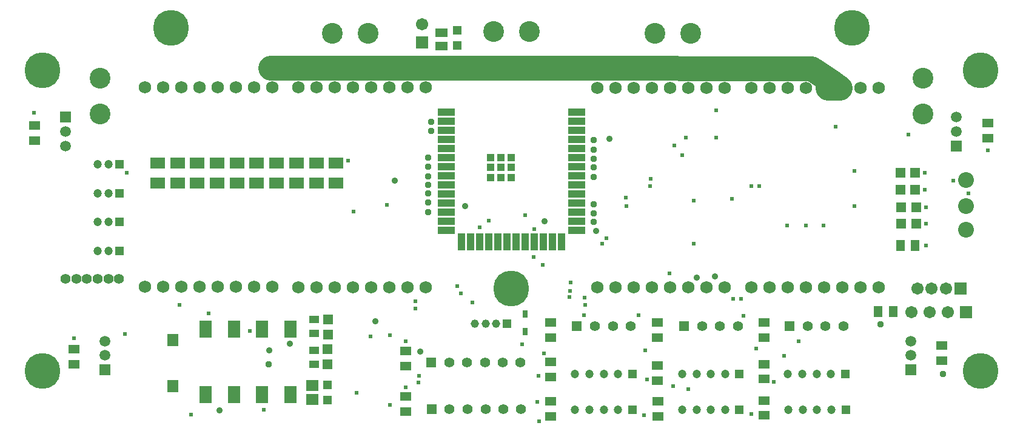
<source format=gts>
%FSTAX23Y23*%
%MOIN*%
%SFA1B1*%

%IPPOS*%
%ADD21R,0.055441X0.039626*%
%ADD23R,0.047244X0.047244*%
%ADD26R,0.047244X0.047244*%
%ADD36R,0.051307X0.059181*%
%ADD37R,0.059181X0.051307*%
%ADD38R,0.055244X0.055244*%
%ADD39R,0.070992X0.094614*%
%ADD40R,0.070992X0.093827*%
%ADD41R,0.055244X0.055244*%
%ADD42R,0.069023X0.061149*%
%ADD43R,0.083197X0.061937*%
%ADD44R,0.031622X0.039496*%
%ADD45C,0.086740*%
%ADD46R,0.043433X0.043433*%
%ADD47R,0.043433X0.096582*%
%ADD48R,0.096582X0.043433*%
%ADD49R,0.063118X0.067055*%
%ADD50R,0.065086X0.049338*%
%ADD51C,0.138110*%
%ADD52C,0.050000*%
%ADD53C,0.055118*%
%ADD54R,0.055118X0.055118*%
%ADD55C,0.114299*%
%ADD56C,0.068000*%
%ADD57C,0.047244*%
%ADD58C,0.196976*%
%ADD59C,0.067055*%
%ADD60R,0.067055X0.067055*%
%ADD61C,0.055559*%
%ADD62C,0.059181*%
%ADD63R,0.059181X0.059181*%
%ADD64R,0.067055X0.067055*%
%ADD65C,0.045275*%
%ADD66R,0.045275X0.045275*%
%ADD67C,0.037527*%
%ADD68C,0.035559*%
%ADD69C,0.023748*%
%ADD70C,0.126110*%
%LNbrushed_pcb-1*%
%LPD*%
G54D21*
X-01085Y-00785D03*
Y-0071D03*
X-01084Y-00541D03*
Y-00616D03*
G54D23*
X00664Y-01038D03*
X01253Y-00841D03*
X00664D03*
X01253Y-01038D03*
X01837D03*
X01834Y-00841D03*
X-02156Y00314D03*
Y00155D03*
Y-00002D03*
Y-00162D03*
G54D26*
X-01011Y-009D03*
Y-00983D03*
X-00299Y00968D03*
Y01051D03*
G54D36*
X02098Y-00496D03*
X02016D03*
X0222Y-00134D03*
X02137D03*
G54D37*
X-00581Y-01047D03*
Y-00964D03*
X02617Y00457D03*
Y00539D03*
X-02404Y-00785D03*
Y-00702D03*
X-02623Y00445D03*
Y00528D03*
X00802Y-00556D03*
Y-00639D03*
X00216Y-00556D03*
Y-00639D03*
X0139Y-00556D03*
Y-00639D03*
X02366Y-00683D03*
Y-00765D03*
X00216Y-00857D03*
Y-00774D03*
X0139Y-00868D03*
Y-00785D03*
X00802Y-00877D03*
Y-00794D03*
X00805Y-01074D03*
Y-00991D03*
X0139Y-01068D03*
Y-00985D03*
X-00581Y-00795D03*
Y-00712D03*
X00216Y-00991D03*
Y-01074D03*
G54D38*
X0222Y00266D03*
X02137D03*
X0222Y00172D03*
X02137D03*
X02224Y00077D03*
X02141D03*
X02224Y-00012D03*
X02141D03*
G54D39*
X-01525Y-00592D03*
X-0137Y-00954D03*
X-01214D03*
X-01682Y-00592D03*
G54D40*
X-01525Y-00954D03*
X-0137Y-00592D03*
X-01214D03*
X-01682Y-00954D03*
G54D41*
X-0101Y-00785D03*
Y-00702D03*
X-01009Y-00624D03*
Y-00541D03*
G54D42*
X-01096Y-00979D03*
Y-00902D03*
G54D43*
X-01291Y0032D03*
Y00209D03*
X-014Y0032D03*
Y00209D03*
X-01509Y0032D03*
Y00209D03*
X-01618Y0032D03*
Y00209D03*
X-01836Y0032D03*
Y00209D03*
X-01945Y0032D03*
Y00209D03*
X-01727Y0032D03*
Y00209D03*
X-01073Y0032D03*
Y00209D03*
X-01182Y0032D03*
Y00209D03*
X-00964Y0032D03*
Y00209D03*
G54D44*
X00074Y-00608D03*
Y-00509D03*
G54D45*
X025Y00228D03*
Y00082D03*
Y-00047D03*
G54D46*
X-00003Y00351D03*
X-00059D03*
X-00114D03*
X-00003Y00241D03*
X-00059D03*
X-00114D03*
X-00003Y00296D03*
X-00114D03*
X-00059D03*
G54D47*
X00275Y-00114D03*
X00225D03*
X00175D03*
X00125D03*
X00075D03*
X00025D03*
X-00025D03*
X-00075D03*
X-00125D03*
X-00175D03*
X-00225D03*
X-00275D03*
G54D48*
X0036Y006D03*
Y-00049D03*
Y0D03*
Y0005D03*
Y001D03*
Y0015D03*
Y002D03*
Y0025D03*
Y003D03*
Y0035D03*
Y004D03*
Y0045D03*
Y005D03*
Y0055D03*
X-00359Y0045D03*
Y004D03*
Y0035D03*
Y003D03*
Y0025D03*
Y002D03*
Y0015D03*
Y001D03*
Y0005D03*
Y0D03*
Y-00049D03*
Y005D03*
Y0055D03*
Y006D03*
G54D49*
X-01863Y-00908D03*
Y-00653D03*
G54D50*
X-00385Y01037D03*
Y00964D03*
G54D51*
X01649Y0084D02*
X01745Y00776D01*
X01806Y00735*
X01737Y00733D02*
X01804D01*
X00097Y00842D02*
X00097Y00843D01*
Y00843*
X00098Y00843*
X00097Y00842D02*
X00097Y00843D01*
X-01325Y00842D02*
X-00642D01*
X-00642Y00842*
X00097*
X01171Y00841D02*
X01649Y0084D01*
X00949Y00841D02*
X01171Y00841D01*
X00885Y00842D02*
X00949Y00841D01*
X00098Y00843D02*
X00885Y00842D01*
G54D52*
X01804Y00733D02*
X01806Y00735D01*
X01818*
G54D53*
X0005Y-00775D03*
X-00047D03*
X-00145D03*
X-00244D03*
X-00342D03*
X01047Y-00576D03*
X01145D03*
X01244D03*
X-0034Y-01032D03*
X-00242D03*
X-00143D03*
X-00045D03*
X00052D03*
X00655Y-00576D03*
X00557D03*
X00458D03*
X01824D03*
X01726D03*
X01627D03*
G54D54*
X-00441Y-00775D03*
X00948Y-00576D03*
X-00439Y-01032D03*
X0036Y-00576D03*
X01529D03*
G54D55*
X-00098Y01042D03*
X00098D03*
X-02263Y00589D03*
Y00786D03*
X-00984Y01033D03*
X-00787D03*
X00984D03*
X00787D03*
X02263Y00787D03*
Y0059D03*
G54D56*
X-01716Y00738D03*
X-01816Y00738D03*
X-01916Y00738D03*
X-02016D03*
X-01071Y00737D03*
X-01171D03*
X-00871D03*
X-00971Y00736D03*
X00771Y00735D03*
X00671Y00734D03*
X00571Y00735D03*
X00471D03*
X01618D03*
X01518Y00734D03*
X01418Y00735D03*
X01318D03*
X-01316Y-00361D03*
X-01416D03*
X-01516D03*
X-01616D03*
X-01716D03*
X-01816D03*
X-01916D03*
X-02016D03*
X-01616Y00738D03*
X-01416D03*
X-01316D03*
X-01516D03*
X-00471Y-00362D03*
X-00571D03*
X-00671D03*
X-00771D03*
X-00871D03*
X-00971D03*
X-01071D03*
X-01171D03*
X-00771Y00737D03*
X-00571D03*
X-00471D03*
X-00671D03*
X01171Y-00364D03*
X01071D03*
X00971D03*
X00871D03*
X00771D03*
X00671D03*
X00571D03*
X00471D03*
X00871Y00735D03*
X01071D03*
X01171D03*
X00971D03*
X02018Y-00364D03*
X01918D03*
X01818D03*
X01718D03*
X01618D03*
X01518D03*
X01418D03*
X01318D03*
X01718Y00735D03*
X01918D03*
X02018D03*
X01818D03*
G54D57*
X00349Y-01038D03*
X00428D03*
X00507D03*
X00585D03*
X-02274Y-00162D03*
Y00155D03*
Y00314D03*
Y-00002D03*
X-02215Y00314D03*
Y00155D03*
Y-00002D03*
Y-00162D03*
X00938Y-00841D03*
X01017D03*
X01096D03*
X01175D03*
X00585D03*
X00507D03*
X00428D03*
X00349D03*
X01175Y-01038D03*
X01096D03*
X01017D03*
X00938D03*
X01759D03*
X0168D03*
X01601D03*
X01523D03*
X01755Y-00841D03*
X01677D03*
X01598D03*
X01519D03*
G54D58*
X0Y-0037D03*
X01873Y01062D03*
X-02579Y-00824D03*
X02579D03*
Y0083D03*
X-01873Y01062D03*
X-02579Y0083D03*
G54D59*
X02198Y-00499D03*
X02298D03*
X02398D03*
X02231Y-00369D03*
X02388D03*
X0231D03*
X-00492Y01084D03*
G54D60*
X02498Y-00499D03*
X02467Y-00369D03*
G54D61*
X-02452Y-00318D03*
X-02393D03*
X-02334D03*
X-02275D03*
X-02216D03*
X-02157D03*
G54D62*
X02446Y00573D03*
Y00494D03*
X-02234Y-00738D03*
Y-00659D03*
X-02452Y00414D03*
Y00493D03*
X02195Y-00659D03*
Y-00738D03*
G54D63*
X02446Y00415D03*
X-02234Y-00816D03*
X-02452Y00572D03*
X02195Y-00816D03*
G54D64*
X-00492Y00984D03*
G54D65*
X-00202Y-00564D03*
X-00143D03*
X-00084D03*
G54D66*
X-00025Y-00564D03*
G54D67*
X02027Y-00566D03*
X02372Y-00841D03*
X00451Y-00002D03*
Y00296D03*
Y00446D03*
X-00457Y00102D03*
Y00153D03*
Y00051D03*
X00451Y00044D03*
Y00095D03*
Y00245D03*
Y00343D03*
X-01334Y-00787D03*
X-00457Y0035D03*
X00451Y00394D03*
X-00443Y00496D03*
Y00547D03*
X-00457Y002D03*
Y00248D03*
Y00299D03*
G54D68*
X01019Y-00311D03*
X0054Y00453D03*
X-00503Y-00715D03*
X-00748Y-00551D03*
X-01219Y-00674D03*
X00465Y-00054D03*
X-01604Y-01041D03*
X-00254Y00085D03*
X00183Y0D03*
X-00641Y00224D03*
X01118Y-00303D03*
X-01333Y-00711D03*
G54D69*
X-00508Y-00851D03*
X-00511Y-00886D03*
X02618Y0039D03*
X01003Y-00122D03*
X01515Y-00023D03*
X01885Y00278D03*
X02181Y00477D03*
X01783Y0052D03*
X00894Y00418D03*
X00938Y00364D03*
X-00298Y-00357D03*
X-00279Y-00397D03*
X-00851Y-00944D03*
X-00528Y-0048D03*
X-00897Y00333D03*
X0006Y-00678D03*
X-01761Y-01062D03*
X00404Y-00459D03*
X00631Y00083D03*
X0063Y00129D03*
X-01664Y-00506D03*
X-02124Y-00619D03*
X00153Y-01101D03*
X01363Y00192D03*
X00766Y00232D03*
X01318Y00192D03*
X00763D03*
X02511Y00152D03*
X02429Y00224D03*
X02279Y-00133D03*
X01716Y-00023D03*
X01213Y00123D03*
X01885Y00082D03*
X01003Y00115D03*
X0087Y-00285D03*
X01578Y-00661D03*
X015Y-0074D03*
X01345Y-00699D03*
X01442Y-00884D03*
X01126Y0061D03*
X01125Y0046D03*
X0096Y00461D03*
X-00668Y-00628D03*
X-00581Y-00659D03*
X01275Y-00519D03*
X00973Y-00924D03*
X00889Y-00908D03*
X00745Y-0087D03*
X00734Y-00709D03*
X00322Y-00384D03*
X00318Y-00417D03*
X007Y-00515D03*
X00397D03*
X01262Y-00428D03*
X0122D03*
X-00124Y00005D03*
X005Y-00122D03*
X00523Y-00094D03*
X00401Y-00421D03*
X00326Y-00338D03*
X-00174Y-00034D03*
X-00867Y00052D03*
X00125Y-00043D03*
X-00216Y-00448D03*
X00074Y00035D03*
X00147Y-00851D03*
X00141Y-00993D03*
X-00581Y-00914D03*
X00173Y-00241D03*
X00123Y-00195D03*
X-02114Y00267D03*
X0132Y-01061D03*
X-00527Y-0044D03*
X-01362Y-01035D03*
X-02404Y-00643D03*
X-00685Y0009D03*
X-01826Y-0046D03*
X-00774Y-00632D03*
X00729Y-01065D03*
X-00668Y-01009D03*
X-01437Y-00603D03*
X02273Y00266D03*
X02279Y-00012D03*
X02277Y00077D03*
X02273Y00172D03*
X01618Y-00023D03*
X-02624Y00598D03*
X0018Y-00727D03*
G54D70*
X00097Y00842D03*
X-00642Y00842D03*
X01171Y00841D03*
X-01325Y00842D03*
M02*
</source>
